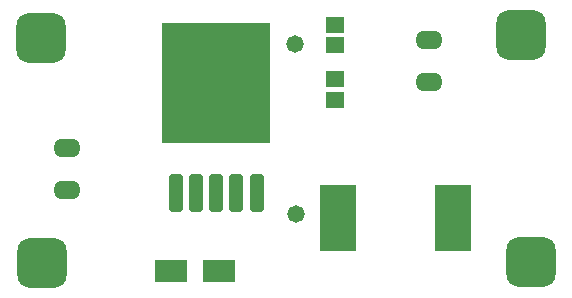
<source format=gts>
G04*
G04 #@! TF.GenerationSoftware,Altium Limited,Altium Designer,21.3.2 (30)*
G04*
G04 Layer_Color=8388736*
%FSLAX25Y25*%
%MOIN*%
G70*
G04*
G04 #@! TF.SameCoordinates,0F953CDF-2D95-4BA3-9E95-2DF240EAF7FD*
G04*
G04*
G04 #@! TF.FilePolarity,Negative*
G04*
G01*
G75*
%ADD18R,0.10642X0.07493*%
G04:AMPARAMS|DCode=19|XSize=48mil|YSize=128.08mil|CornerRadius=14mil|HoleSize=0mil|Usage=FLASHONLY|Rotation=0.000|XOffset=0mil|YOffset=0mil|HoleType=Round|Shape=RoundedRectangle|*
%AMROUNDEDRECTD19*
21,1,0.04800,0.10008,0,0,0.0*
21,1,0.02000,0.12808,0,0,0.0*
1,1,0.02800,0.01000,-0.05004*
1,1,0.02800,-0.01000,-0.05004*
1,1,0.02800,-0.01000,0.05004*
1,1,0.02800,0.01000,0.05004*
%
%ADD19ROUNDEDRECTD19*%
%ADD20R,0.36233X0.40170*%
%ADD21R,0.06115X0.05328*%
%ADD22R,0.12217X0.22060*%
%ADD23O,0.09068X0.06312*%
G04:AMPARAMS|DCode=24|XSize=165.48mil|YSize=165.48mil|CornerRadius=43.37mil|HoleSize=0mil|Usage=FLASHONLY|Rotation=0.000|XOffset=0mil|YOffset=0mil|HoleType=Round|Shape=RoundedRectangle|*
%AMROUNDEDRECTD24*
21,1,0.16548,0.07874,0,0,0.0*
21,1,0.07874,0.16548,0,0,0.0*
1,1,0.08674,0.03937,-0.03937*
1,1,0.08674,-0.03937,-0.03937*
1,1,0.08674,-0.03937,0.03937*
1,1,0.08674,0.03937,0.03937*
%
%ADD24ROUNDEDRECTD24*%
%ADD25C,0.05800*%
D18*
X439348Y245600D02*
D03*
X423600D02*
D03*
D19*
X438614Y271590D02*
D03*
X452016D02*
D03*
X445315D02*
D03*
X431913D02*
D03*
X425213D02*
D03*
D20*
X438500Y308500D02*
D03*
D21*
X478200Y320900D02*
D03*
Y327790D02*
D03*
X478000Y302655D02*
D03*
Y309545D02*
D03*
D22*
X479206Y263400D02*
D03*
X517394D02*
D03*
D23*
X388800Y286579D02*
D03*
Y272800D02*
D03*
X509600Y322580D02*
D03*
Y308800D02*
D03*
D24*
X540000Y324400D02*
D03*
X380200Y323300D02*
D03*
X543500Y248700D02*
D03*
X380400Y248200D02*
D03*
D25*
X464800Y321200D02*
D03*
X465100Y264700D02*
D03*
M02*

</source>
